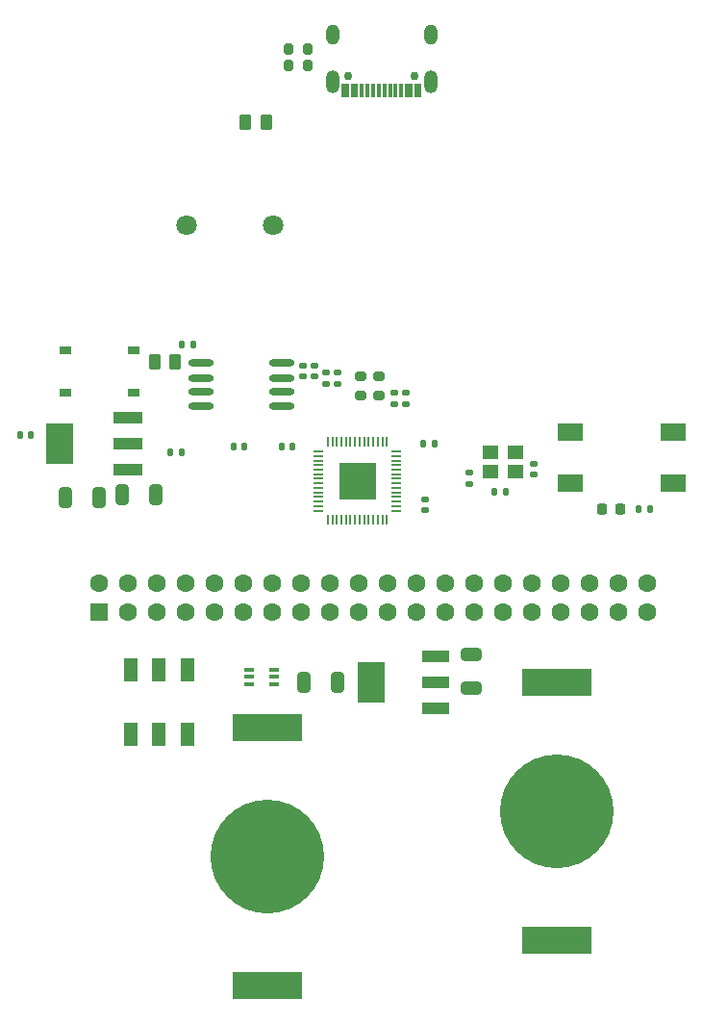
<source format=gbr>
%TF.GenerationSoftware,KiCad,Pcbnew,8.0.4*%
%TF.CreationDate,2024-12-04T20:03:35-06:00*%
%TF.ProjectId,amoguspico,616d6f67-7573-4706-9963-6f2e6b696361,rev?*%
%TF.SameCoordinates,Original*%
%TF.FileFunction,Soldermask,Top*%
%TF.FilePolarity,Negative*%
%FSLAX46Y46*%
G04 Gerber Fmt 4.6, Leading zero omitted, Abs format (unit mm)*
G04 Created by KiCad (PCBNEW 8.0.4) date 2024-12-04 20:03:35*
%MOMM*%
%LPD*%
G01*
G04 APERTURE LIST*
G04 Aperture macros list*
%AMRoundRect*
0 Rectangle with rounded corners*
0 $1 Rounding radius*
0 $2 $3 $4 $5 $6 $7 $8 $9 X,Y pos of 4 corners*
0 Add a 4 corners polygon primitive as box body*
4,1,4,$2,$3,$4,$5,$6,$7,$8,$9,$2,$3,0*
0 Add four circle primitives for the rounded corners*
1,1,$1+$1,$2,$3*
1,1,$1+$1,$4,$5*
1,1,$1+$1,$6,$7*
1,1,$1+$1,$8,$9*
0 Add four rect primitives between the rounded corners*
20,1,$1+$1,$2,$3,$4,$5,0*
20,1,$1+$1,$4,$5,$6,$7,0*
20,1,$1+$1,$6,$7,$8,$9,0*
20,1,$1+$1,$8,$9,$2,$3,0*%
G04 Aperture macros list end*
%ADD10R,6.100000X2.400000*%
%ADD11C,10.000000*%
%ADD12RoundRect,0.250000X-0.262500X-0.450000X0.262500X-0.450000X0.262500X0.450000X-0.262500X0.450000X0*%
%ADD13RoundRect,0.140000X0.170000X-0.140000X0.170000X0.140000X-0.170000X0.140000X-0.170000X-0.140000X0*%
%ADD14RoundRect,0.200000X0.200000X0.275000X-0.200000X0.275000X-0.200000X-0.275000X0.200000X-0.275000X0*%
%ADD15RoundRect,0.135000X-0.135000X-0.185000X0.135000X-0.185000X0.135000X0.185000X-0.135000X0.185000X0*%
%ADD16RoundRect,0.250000X-0.650000X0.325000X-0.650000X-0.325000X0.650000X-0.325000X0.650000X0.325000X0*%
%ADD17RoundRect,0.218750X0.218750X0.256250X-0.218750X0.256250X-0.218750X-0.256250X0.218750X-0.256250X0*%
%ADD18R,2.460000X1.050000*%
%ADD19R,2.460000X3.540000*%
%ADD20RoundRect,0.200000X-0.200000X-0.275000X0.200000X-0.275000X0.200000X0.275000X-0.200000X0.275000X0*%
%ADD21RoundRect,0.140000X0.140000X0.170000X-0.140000X0.170000X-0.140000X-0.170000X0.140000X-0.170000X0*%
%ADD22R,2.500000X1.100000*%
%ADD23R,2.340000X3.600000*%
%ADD24RoundRect,0.200000X-0.275000X0.200000X-0.275000X-0.200000X0.275000X-0.200000X0.275000X0.200000X0*%
%ADD25RoundRect,0.250000X-0.325000X-0.650000X0.325000X-0.650000X0.325000X0.650000X-0.325000X0.650000X0*%
%ADD26RoundRect,0.250000X0.325000X0.650000X-0.325000X0.650000X-0.325000X-0.650000X0.325000X-0.650000X0*%
%ADD27RoundRect,0.135000X0.185000X-0.135000X0.185000X0.135000X-0.185000X0.135000X-0.185000X-0.135000X0*%
%ADD28RoundRect,0.140000X-0.170000X0.140000X-0.170000X-0.140000X0.170000X-0.140000X0.170000X0.140000X0*%
%ADD29RoundRect,0.140000X-0.140000X-0.170000X0.140000X-0.170000X0.140000X0.170000X-0.140000X0.170000X0*%
%ADD30C,1.800000*%
%ADD31R,1.600000X1.600000*%
%ADD32C,1.600000*%
%ADD33R,1.200000X2.000000*%
%ADD34R,1.400000X1.200000*%
%ADD35R,1.000000X0.750000*%
%ADD36R,2.300000X1.500000*%
%ADD37C,0.750000*%
%ADD38O,1.200000X2.000000*%
%ADD39O,1.200000X1.800000*%
%ADD40R,0.300000X1.300000*%
%ADD41O,2.250000X0.630000*%
%ADD42R,0.850000X0.350000*%
%ADD43RoundRect,0.050000X-0.387500X-0.050000X0.387500X-0.050000X0.387500X0.050000X-0.387500X0.050000X0*%
%ADD44RoundRect,0.050000X-0.050000X-0.387500X0.050000X-0.387500X0.050000X0.387500X-0.050000X0.387500X0*%
%ADD45R,3.200000X3.200000*%
G04 APERTURE END LIST*
D10*
%TO.C,BT1*%
X142000000Y-118750000D03*
X142000000Y-141450000D03*
D11*
X142000000Y-130100000D03*
%TD*%
D12*
%TO.C,R5*%
X132087500Y-86580000D03*
X133912500Y-86580000D03*
%TD*%
D13*
%TO.C,C7*%
X153250000Y-90230000D03*
X153250000Y-89270000D03*
%TD*%
D14*
%TO.C,R3*%
X145575000Y-58990000D03*
X143925000Y-58990000D03*
%TD*%
D15*
%TO.C,R6*%
X174730000Y-99500000D03*
X175750000Y-99500000D03*
%TD*%
D16*
%TO.C,C2*%
X160000000Y-112275000D03*
X160000000Y-115225000D03*
%TD*%
D17*
%TO.C,D1*%
X173075000Y-99500000D03*
X171500000Y-99500000D03*
%TD*%
D13*
%TO.C,C16*%
X154250000Y-90230000D03*
X154250000Y-89270000D03*
%TD*%
D18*
%TO.C,U8*%
X156860000Y-117050000D03*
X156860000Y-114750000D03*
X156860000Y-112450000D03*
D19*
X151140000Y-114750000D03*
%TD*%
D20*
%TO.C,R9*%
X143925000Y-60500000D03*
X145575000Y-60500000D03*
%TD*%
D21*
%TO.C,C13*%
X144230000Y-94000000D03*
X143270000Y-94000000D03*
%TD*%
D12*
%TO.C,R8*%
X140087500Y-65500000D03*
X141912500Y-65500000D03*
%TD*%
D22*
%TO.C,U9*%
X129720000Y-96050000D03*
X129720000Y-93750000D03*
X129720000Y-91450000D03*
D23*
X123780000Y-93750000D03*
%TD*%
D13*
%TO.C,C8*%
X146147187Y-87825253D03*
X146147187Y-86865253D03*
%TD*%
D24*
%TO.C,R1*%
X150250000Y-87850000D03*
X150250000Y-89500000D03*
%TD*%
%TO.C,R2*%
X151841865Y-87839870D03*
X151841865Y-89489870D03*
%TD*%
D25*
%TO.C,C5*%
X145275000Y-114750000D03*
X148225000Y-114750000D03*
%TD*%
D26*
%TO.C,C1*%
X127225000Y-98500000D03*
X124275000Y-98500000D03*
%TD*%
D13*
%TO.C,C11*%
X147194541Y-87501664D03*
X147194541Y-88461664D03*
%TD*%
D21*
%TO.C,C15*%
X140000000Y-94000000D03*
X139040000Y-94000000D03*
%TD*%
D27*
%TO.C,R4*%
X159802222Y-97300698D03*
X159802222Y-96280698D03*
%TD*%
D28*
%TO.C,C18*%
X165500000Y-95520000D03*
X165500000Y-96480000D03*
%TD*%
D29*
%TO.C,C9*%
X155770000Y-93750000D03*
X156730000Y-93750000D03*
%TD*%
D13*
%TO.C,C6*%
X145134360Y-87843551D03*
X145134360Y-86883551D03*
%TD*%
D30*
%TO.C,BUZZER1*%
X134940000Y-74500000D03*
X142560000Y-74500000D03*
%TD*%
D15*
%TO.C,R7*%
X134480000Y-85000000D03*
X135500000Y-85000000D03*
%TD*%
D28*
%TO.C,C10*%
X155920582Y-99598615D03*
X155920582Y-98638615D03*
%TD*%
D21*
%TO.C,C14*%
X121210000Y-93000000D03*
X120250000Y-93000000D03*
%TD*%
D13*
%TO.C,C12*%
X148250000Y-87500000D03*
X148250000Y-88460000D03*
%TD*%
D31*
%TO.C,U7*%
X127180000Y-108520000D03*
D32*
X127180000Y-105980000D03*
X129720000Y-108520000D03*
X129720000Y-105980000D03*
X132260000Y-108520000D03*
X132260000Y-105980000D03*
X134800000Y-108520000D03*
X134800000Y-105980000D03*
X137340000Y-108520000D03*
X137340000Y-105980000D03*
X139880000Y-108520000D03*
X139880000Y-105980000D03*
X142420000Y-108520000D03*
X142420000Y-105980000D03*
X144960000Y-108520000D03*
X144960000Y-105980000D03*
X147500000Y-108520000D03*
X147500000Y-105980000D03*
X150040000Y-108520000D03*
X150040000Y-105980000D03*
X152580000Y-108520000D03*
X152580000Y-105980000D03*
X155120000Y-108520000D03*
X155120000Y-105980000D03*
X157660000Y-108520000D03*
X157660000Y-105980000D03*
X160200000Y-108520000D03*
X160200000Y-105980000D03*
X162740000Y-108520000D03*
X162740000Y-105980000D03*
X165280000Y-108520000D03*
X165280000Y-105980000D03*
X167820000Y-108520000D03*
X167820000Y-105980000D03*
X170360000Y-108520000D03*
X170360000Y-105980000D03*
X172900000Y-108520000D03*
X172900000Y-105980000D03*
X175440000Y-108520000D03*
X175440000Y-105980000D03*
%TD*%
D33*
%TO.C,SW1*%
X130000000Y-113650000D03*
X132500000Y-113650000D03*
X135000000Y-113650000D03*
X130000000Y-119350000D03*
X132500000Y-119350000D03*
X135000000Y-119350000D03*
%TD*%
D10*
%TO.C,BT2*%
X167500000Y-137450000D03*
X167500000Y-114750000D03*
D11*
X167500000Y-126100000D03*
%TD*%
D29*
%TO.C,C3*%
X133520000Y-94500000D03*
X134480000Y-94500000D03*
%TD*%
D34*
%TO.C,U6*%
X161650000Y-94500000D03*
X163850000Y-94500000D03*
X163850000Y-96200000D03*
X161650000Y-96200000D03*
%TD*%
D35*
%TO.C,SW2*%
X130250000Y-89250000D03*
X124250000Y-89250000D03*
X130250000Y-85550000D03*
X124250000Y-85550000D03*
%TD*%
D36*
%TO.C,SW3*%
X168700000Y-92750000D03*
X177800000Y-92750000D03*
X168700000Y-97250000D03*
X177800000Y-97250000D03*
%TD*%
D37*
%TO.C,USBC1*%
X154980000Y-61430000D03*
X149180000Y-61430000D03*
D38*
X156410000Y-61930000D03*
X147750000Y-61930000D03*
D39*
X147750000Y-57750000D03*
X156410000Y-57750000D03*
D40*
X155430000Y-62690000D03*
X154630000Y-62690000D03*
X153330000Y-62690000D03*
X152330000Y-62690000D03*
X151830000Y-62690000D03*
X150830000Y-62690000D03*
X149530000Y-62690000D03*
X148730000Y-62690000D03*
X149030000Y-62690000D03*
X149830000Y-62690000D03*
X150330000Y-62690000D03*
X151330000Y-62690000D03*
X152830000Y-62690000D03*
X153830000Y-62690000D03*
X154330000Y-62690000D03*
X155130000Y-62690000D03*
%TD*%
D41*
%TO.C,U1*%
X136220000Y-86670000D03*
X136220000Y-87950000D03*
X136220000Y-89210000D03*
X136220000Y-90480000D03*
X143280000Y-90480000D03*
X143280000Y-89210000D03*
X143280000Y-87950000D03*
X143280000Y-86670000D03*
%TD*%
D29*
%TO.C,C17*%
X162040000Y-98000000D03*
X163000000Y-98000000D03*
%TD*%
D42*
%TO.C,U4*%
X140400000Y-113600000D03*
X140400000Y-114250000D03*
X140400000Y-114900000D03*
X142600000Y-114900000D03*
X142600000Y-114250000D03*
X142600000Y-113600000D03*
%TD*%
D26*
%TO.C,C4*%
X132225000Y-98250000D03*
X129275000Y-98250000D03*
%TD*%
D43*
%TO.C,U5*%
X146512500Y-94430000D03*
X146512500Y-94830000D03*
X146512500Y-95230000D03*
X146512500Y-95630000D03*
X146512500Y-96030000D03*
X146512500Y-96430000D03*
X146512500Y-96830000D03*
X146512500Y-97230000D03*
X146512500Y-97630000D03*
X146512500Y-98030000D03*
X146512500Y-98430000D03*
X146512500Y-98830000D03*
X146512500Y-99230000D03*
X146512500Y-99630000D03*
D44*
X147350000Y-100467500D03*
X147750000Y-100467500D03*
X148150000Y-100467500D03*
X148550000Y-100467500D03*
X148950000Y-100467500D03*
X149350000Y-100467500D03*
X149750000Y-100467500D03*
X150150000Y-100467500D03*
X150550000Y-100467500D03*
X150950000Y-100467500D03*
X151350000Y-100467500D03*
X151750000Y-100467500D03*
X152150000Y-100467500D03*
X152550000Y-100467500D03*
D43*
X153387500Y-99630000D03*
X153387500Y-99230000D03*
X153387500Y-98830000D03*
X153387500Y-98430000D03*
X153387500Y-98030000D03*
X153387500Y-97630000D03*
X153387500Y-97230000D03*
X153387500Y-96830000D03*
X153387500Y-96430000D03*
X153387500Y-96030000D03*
X153387500Y-95630000D03*
X153387500Y-95230000D03*
X153387500Y-94830000D03*
X153387500Y-94430000D03*
D44*
X152550000Y-93592500D03*
X152150000Y-93592500D03*
X151750000Y-93592500D03*
X151350000Y-93592500D03*
X150950000Y-93592500D03*
X150550000Y-93592500D03*
X150150000Y-93592500D03*
X149750000Y-93592500D03*
X149350000Y-93592500D03*
X148950000Y-93592500D03*
X148550000Y-93592500D03*
X148150000Y-93592500D03*
X147750000Y-93592500D03*
X147350000Y-93592500D03*
D45*
X149950000Y-97030000D03*
%TD*%
M02*

</source>
